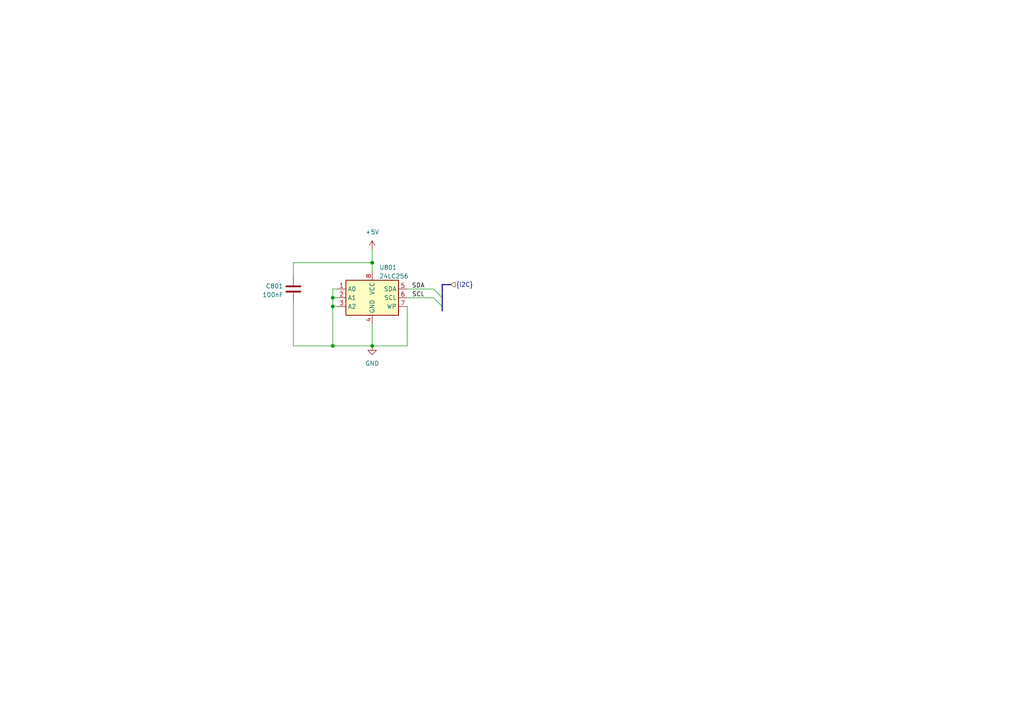
<source format=kicad_sch>
(kicad_sch (version 20230121) (generator eeschema)
  (paper "A4")
  (lib_symbols
    (symbol "Device:C" (pin_numbers hide) (pin_names (offset 0.254))
      (property "Reference" "C" (at 0.635 2.54 0))
      (property "Value" "C" (at 0.635 -2.54 0))
      (symbol "C_0_1"
        (polyline (pts (xy -2.032 -0.762) (xy 2.032 -0.762)) (stroke (width 0.508)))
        (polyline (pts (xy -2.032 0.762) (xy 2.032 0.762)) (stroke (width 0.508)))
      )
      (symbol "C_1_1"
        (pin passive line (at 0 3.81 270) (length 2.794) (name "~") (number "1"))
        (pin passive line (at 0 -3.81 90) (length 2.794) (name "~") (number "2"))
      )
    )
    (symbol "Memory_EEPROM:24LC256"
      (property "Reference" "U" (at -6.35 6.35 0))
      (property "Value" "24LC256" (at 1.27 6.35 0))
      (symbol "24LC256_1_1"
        (rectangle (start -7.62 5.08) (end 7.62 -5.08) (stroke (width 0.254)) (fill (type background)))
        (pin input line (at -10.16 2.54 0) (length 2.54) (name "A0") (number "1"))
        (pin input line (at -10.16 0 0) (length 2.54) (name "A1") (number "2"))
        (pin input line (at -10.16 -2.54 0) (length 2.54) (name "A2") (number "3"))
        (pin power_in line (at 0 -7.62 90) (length 2.54) (name "GND") (number "4"))
        (pin bidirectional line (at 10.16 2.54 180) (length 2.54) (name "SDA") (number "5"))
        (pin input line (at 10.16 0 180) (length 2.54) (name "SCL") (number "6"))
        (pin input line (at 10.16 -2.54 180) (length 2.54) (name "WP") (number "7"))
        (pin power_in line (at 0 7.62 270) (length 2.54) (name "VCC") (number "8"))
      )
    )
    (symbol "power:+5V" (power) (pin_names (offset 0))
      (property "Value" "+5V" (at 0 3.556 0))
      (symbol "+5V_0_1"
        (polyline (pts (xy -0.762 1.27) (xy 0 2.54)))
        (polyline (pts (xy 0 0) (xy 0 2.54)))
        (polyline (pts (xy 0 2.54) (xy 0.762 1.27)))
      )
      (symbol "+5V_1_1"
        (pin power_in line (at 0 0 90) (length 0) hide (name "+5V") (number "1"))
      )
    )
    (symbol "power:GND" (power) (pin_names (offset 0))
      (property "Value" "GND" (at 0 -3.81 0))
      (symbol "GND_0_1"
        (polyline (pts (xy 0 0) (xy 0 -1.27) (xy 1.27 -1.27) (xy 0 -2.54) (xy -1.27 -1.27) (xy 0 -1.27)))
      )
      (symbol "GND_1_1"
        (pin power_in line (at 0 0 270) (length 0) hide (name "GND") (number "1"))
      )
    )
  )
  (junction (at 96.52 100.33))
  (junction (at 96.52 88.9))
  (junction (at 96.52 86.36))
  (junction (at 107.95 76.2))
  (junction (at 107.95 100.33))
  (bus_entry (at 125.73 86.36) (size 2.54 2.54))
  (bus_entry (at 125.73 83.82) (size 2.54 2.54))
  (wire (pts (xy 107.95 72.39) (xy 107.95 76.2)))
  (wire (pts (xy 85.09 80.01) (xy 85.09 76.2)))
  (bus (pts (xy 128.27 90.17) (xy 128.27 88.9)))
  (wire (pts (xy 118.11 88.9) (xy 118.11 100.33)))
  (wire (pts (xy 96.52 86.36) (xy 97.79 86.36)))
  (wire (pts (xy 118.11 83.82) (xy 125.73 83.82)))
  (bus (pts (xy 128.27 86.36) (xy 128.27 82.55)))
  (wire (pts (xy 107.95 93.98) (xy 107.95 100.33)))
  (wire (pts (xy 96.52 86.36) (xy 96.52 88.9)))
  (wire (pts (xy 107.95 100.33) (xy 118.11 100.33)))
  (wire (pts (xy 85.09 76.2) (xy 107.95 76.2)))
  (wire (pts (xy 96.52 88.9) (xy 96.52 100.33)))
  (wire (pts (xy 85.09 87.63) (xy 85.09 100.33)))
  (wire (pts (xy 107.95 76.2) (xy 107.95 78.74)))
  (wire (pts (xy 96.52 100.33) (xy 107.95 100.33)))
  (wire (pts (xy 96.52 83.82) (xy 97.79 83.82)))
  (bus (pts (xy 128.27 82.55) (xy 130.81 82.55)))
  (wire (pts (xy 96.52 83.82) (xy 96.52 86.36)))
  (bus (pts (xy 128.27 88.9) (xy 128.27 86.36)))
  (wire (pts (xy 96.52 88.9) (xy 97.79 88.9)))
  (wire (pts (xy 118.11 86.36) (xy 125.73 86.36)))
  (wire (pts (xy 85.09 100.33) (xy 96.52 100.33)))
  (label "SDA" (at 123.19 83.82 180))
  (label "SCL" (at 123.19 86.36 180))
  (hierarchical_label "{I2C}" (shape input) (at 130.81 82.55 0))
  (symbol (lib_id "power:+5V") (at 107.95 72.39 0) (unit 1)
    (property "Reference" "#PWR0801" (effects hide))
    (property "Value" "+5V" (at 107.95 67.31 0))
    (instances (project "EEPROM" (path "" (reference "#PWR0801") (unit 1))) (project "pwmController" (path "" (reference "#PWR0801") (unit 1))) (project "general_schematics" (path "" (reference "#PWR0154") (unit 1))))
  )
  (symbol (lib_id "Memory_EEPROM:24LC256") (at 107.95 86.36 0) (unit 1)
    (property "Reference" "U801" (at 109.9694 77.5802 0) (effects (justify left)))
    (property "Value" "24LC256" (at 109.9694 80.1171 0) (effects (justify left)))
    (property "Footprint" "Package_SO:SOIC-8_3.9x4.9mm_P1.27mm" (effects hide))
    (property "Datasheet" "http://ww1.microchip.com/downloads/en/devicedoc/21203m.pdf" (effects hide))
    (property "JLCPCB Part#" "C2987263" (effects hide))
    (instances (project "EEPROM" (path "" (reference "U801") (unit 1))) (project "pwmController" (path "" (reference "U801") (unit 1))) (project "general_schematics" (path "" (reference "U1901") (unit 1))))
  )
  (symbol (lib_id "Device:C") (at 85.09 83.82 0) (mirror x) (unit 1)
    (property "Reference" "C801" (at 82.169 82.9853 0) (effects (justify right)))
    (property "Value" "100nF" (at 82.169 85.5222 0) (effects (justify right)))
    (property "Footprint" "Capacitor_SMD:C_0603_1608Metric" (effects hide))
    (property "JLCPCB Part#" "C14663" (effects hide))
    (instances (project "EEPROM" (path "" (reference "C801") (unit 1))) (project "pwmController" (path "" (reference "C801") (unit 1))) (project "general_schematics" (path "" (reference "C1901") (unit 1))))
  )
  (symbol (lib_id "power:GND") (at 107.95 100.33 0) (unit 1)
    (property "Reference" "#PWR0101" (effects hide))
    (property "Value" "GND" (at 107.95 105.41 0))
  )
)
</source>
